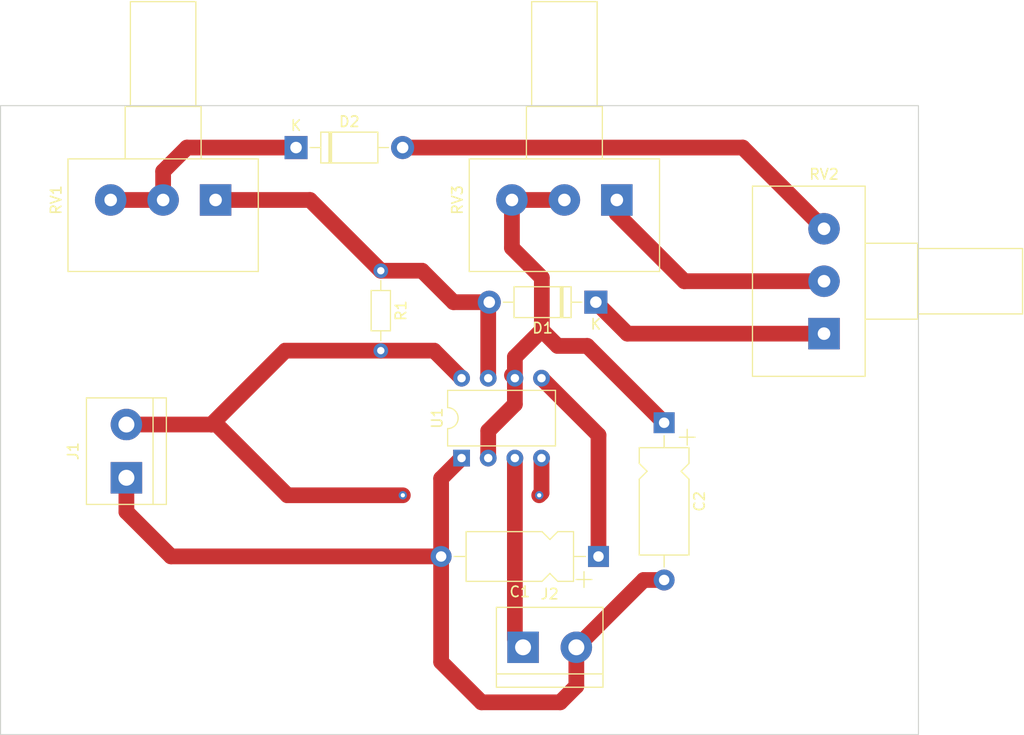
<source format=kicad_pcb>
(kicad_pcb (version 20221018) (generator pcbnew)
  (title_block (title "Pulse Generator") (date "2024-09-07"))
  (layers (0 "F.Cu" signal) (31 "B.Cu" signal) (34 "B.Paste" user) (35 "F.Paste" user) (36 "B.SilkS" user "B.Silkscreen") (37 "F.SilkS" user "F.Silkscreen") (38 "B.Mask" user) (39 "F.Mask" user) (44 "Edge.Cuts" user))
  (net 0 "")
  (net 1 "Net-(U1-CV)")
  (net 2 "GND")
  (net 3 "Net-(U1-THR)")
  (net 4 "Net-(D1-K)")
  (net 5 "Net-(D1-A)")
  (net 6 "Net-(D2-K)")
  (net 7 "Net-(D2-A)")
  (net 8 "+15V")
  (net 9 "Net-(J2-Pin_1)")
  (net 10 "Net-(RV2-Pad2)")
  (footprint "TerminalBlock:TerminalBlock_bornier-2_P5.08mm" (layer "F.Cu") (at 133.06 130.42)
    (fp_text reference "J2" (at 2.54 -5.08) (layer "F.SilkS"))
    (fp_text value "Screw_Terminal_01x02")
    (fp_line (start -2.54 -3.81) (end -2.54 3.81) (stroke (width 0.12)) (layer "F.SilkS"))
    (fp_line (start -2.54 3.81) (end 7.62 3.81) (stroke (width 0.12)) (layer "F.SilkS"))
    (fp_line (start 7.62 -3.81) (end -2.54 -3.81) (stroke (width 0.12)) (layer "F.SilkS"))
    (fp_line (start 7.62 2.54) (end -2.54 2.54) (stroke (width 0.12)) (layer "F.SilkS"))
    (fp_line (start 7.62 3.81) (end 7.62 -3.81) (stroke (width 0.12)) (layer "F.SilkS"))
    (pad "1" thru_hole rect (at 0 0) (size 3 3) (drill 1.52) (layers "*.Cu" "*.Mask") (net 9 "Net-(J2-Pin_1)"))
    (pad "2" thru_hole circle (at 5.08 0) (size 3 3) (drill 1.52) (layers "*.Cu" "*.Mask") (net 2 "GND"))
  )
  (footprint "Potentiometer_THT:Potentiometer_Alps_RK163_Single_Horizontal" (layer "F.Cu") (at 142 87.75 -90)
    (fp_text reference "RV3" (at 0 15.2 90) (layer "F.SilkS"))
    (fp_text value "10 k")
    (fp_line (start -18.92 8.12) (end -18.92 1.88) (stroke (width 0.12)) (layer "F.SilkS"))
    (fp_line (start -8.92 1.88) (end -18.92 1.88) (stroke (width 0.12)) (layer "F.SilkS"))
    (fp_line (start -8.92 8.12) (end -18.92 8.12) (stroke (width 0.12)) (layer "F.SilkS"))
    (fp_line (start -8.92 8.62) (end -8.92 1.38) (stroke (width 0.12)) (layer "F.SilkS"))
    (fp_line (start -3.92 1.38) (end -8.92 1.38) (stroke (width 0.12)) (layer "F.SilkS"))
    (fp_line (start -3.92 8.62) (end -8.92 8.62) (stroke (width 0.12)) (layer "F.SilkS"))
    (fp_line (start -3.92 14.07) (end -3.92 -4.07) (stroke (width 0.12)) (layer "F.SilkS"))
    (fp_line (start 6.82 -4.07) (end -3.92 -4.07) (stroke (width 0.12)) (layer "F.SilkS"))
    (fp_line (start 6.82 14.07) (end -3.92 14.07) (stroke (width 0.12)) (layer "F.SilkS"))
    (fp_line (start 6.82 14.07) (end 6.82 -4.07) (stroke (width 0.12)) (layer "F.SilkS"))
    (pad "1" thru_hole rect (at 0 0 90) (size 3 3) (drill 1.2) (layers "*.Cu" "*.Mask") (net 10 "Net-(RV2-Pad2)"))
    (pad "2" thru_hole circle (at 0 5 90) (size 3 3) (drill 1.2) (layers "*.Cu" "*.Mask") (net 3 "Net-(U1-THR)"))
    (pad "3" thru_hole circle (at 0 10 90) (size 3 3) (drill 1.2) (layers "*.Cu" "*.Mask") (net 3 "Net-(U1-THR)"))
  )
  (footprint "Diode_THT:D_DO-41_SOD81_P10.16mm_Horizontal" (layer "F.Cu") (at 111.42 82.75)
    (fp_text reference "D2" (at 5.08 -2.47) (layer "F.SilkS"))
    (fp_text value "1N4007")
    (fp_text user "K" (at 0 -2.1) (layer "F.SilkS"))
    (fp_line (start 1.34 0) (end 2.36 0) (stroke (width 0.12)) (layer "F.SilkS"))
    (fp_line (start 2.36 -1.47) (end 2.36 1.47) (stroke (width 0.12)) (layer "F.SilkS"))
    (fp_line (start 2.36 1.47) (end 7.8 1.47) (stroke (width 0.12)) (layer "F.SilkS"))
    (fp_line (start 3.14 -1.47) (end 3.14 1.47) (stroke (width 0.12)) (layer "F.SilkS"))
    (fp_line (start 3.26 -1.47) (end 3.26 1.47) (stroke (width 0.12)) (layer "F.SilkS"))
    (fp_line (start 3.38 -1.47) (end 3.38 1.47) (stroke (width 0.12)) (layer "F.SilkS"))
    (fp_line (start 7.8 -1.47) (end 2.36 -1.47) (stroke (width 0.12)) (layer "F.SilkS"))
    (fp_line (start 7.8 1.47) (end 7.8 -1.47) (stroke (width 0.12)) (layer "F.SilkS"))
    (fp_line (start 8.82 0) (end 7.8 0) (stroke (width 0.12)) (layer "F.SilkS"))
    (pad "1" thru_hole rect (at 0 0) (size 2.2 2.2) (drill 1.1) (layers "*.Cu" "*.Mask") (net 6 "Net-(D2-K)"))
    (pad "2" thru_hole oval (at 10.16 0) (size 2.2 2.2) (drill 1.1) (layers "*.Cu" "*.Mask") (net 7 "Net-(D2-A)"))
  )
  (footprint "TerminalBlock:TerminalBlock_bornier-2_P5.08mm" (layer "F.Cu") (at 95.25 114.25 90)
    (fp_text reference "J1" (at 2.54 -5.08 90) (layer "F.SilkS"))
    (fp_text value "Screw_Terminal_01x02")
    (fp_line (start -2.54 -3.81) (end -2.54 3.81) (stroke (width 0.12)) (layer "F.SilkS"))
    (fp_line (start -2.54 3.81) (end 7.62 3.81) (stroke (width 0.12)) (layer "F.SilkS"))
    (fp_line (start 7.62 -3.81) (end -2.54 -3.81) (stroke (width 0.12)) (layer "F.SilkS"))
    (fp_line (start 7.62 2.54) (end -2.54 2.54) (stroke (width 0.12)) (layer "F.SilkS"))
    (fp_line (start 7.62 3.81) (end 7.62 -3.81) (stroke (width 0.12)) (layer "F.SilkS"))
    (pad "1" thru_hole rect (at 0 0 90) (size 3 3) (drill 1.52) (layers "*.Cu" "*.Mask") (net 2 "GND"))
    (pad "2" thru_hole circle (at 5.08 0 90) (size 3 3) (drill 1.52) (layers "*.Cu" "*.Mask") (net 8 "+15V"))
  )
  (footprint "Package_DIP:DIP-8_W7.62mm" (layer "F.Cu") (at 127.2 112.37 90)
    (fp_text reference "U1" (at 3.81 -2.33 90) (layer "F.SilkS"))
    (fp_text value "NE555P")
    (fp_line (start 1.16 -1.33) (end 1.16 8.95) (stroke (width 0.12)) (layer "F.SilkS"))
    (fp_line (start 1.16 8.95) (end 6.46 8.95) (stroke (width 0.12)) (layer "F.SilkS"))
    (fp_line (start 2.81 -1.33) (end 1.16 -1.33) (stroke (width 0.12)) (layer "F.SilkS"))
    (fp_line (start 6.46 -1.33) (end 4.81 -1.33) (stroke (width 0.12)) (layer "F.SilkS"))
    (fp_line (start 6.46 8.95) (end 6.46 -1.33) (stroke (width 0.12)) (layer "F.SilkS"))
    (fp_arc (start 4.81 -1.33) (mid 3.81 -0.33) (end 2.81 -1.33) (stroke (width 0.12)) (layer "F.SilkS"))
    (pad "1" thru_hole rect (at 0 0 90) (size 1.6 1.6) (drill 0.8) (layers "*.Cu" "*.Mask") (net 2 "GND"))
    (pad "2" thru_hole oval (at 0 2.54 90) (size 1.6 1.6) (drill 0.8) (layers "*.Cu" "*.Mask") (net 3 "Net-(U1-THR)"))
    (pad "3" thru_hole oval (at 0 5.08 90) (size 1.6 1.6) (drill 0.8) (layers "*.Cu" "*.Mask") (net 9 "Net-(J2-Pin_1)"))
    (pad "4" thru_hole oval (at 0 7.62 90) (size 1.6 1.6) (drill 0.8) (layers "*.Cu" "*.Mask") (net 8 "+15V"))
    (pad "5" thru_hole oval (at 7.62 7.62 90) (size 1.6 1.6) (drill 0.8) (layers "*.Cu" "*.Mask") (net 1 "Net-(U1-CV)"))
    (pad "6" thru_hole oval (at 7.62 5.08 90) (size 1.6 1.6) (drill 0.8) (layers "*.Cu" "*.Mask") (net 3 "Net-(U1-THR)"))
    (pad "7" thru_hole oval (at 7.62 2.54 90) (size 1.6 1.6) (drill 0.8) (layers "*.Cu" "*.Mask") (net 5 "Net-(D1-A)"))
    (pad "8" thru_hole oval (at 7.62 0 90) (size 1.6 1.6) (drill 0.8) (layers "*.Cu" "*.Mask") (net 8 "+15V"))
  )
  (footprint "Potentiometer_THT:Potentiometer_Alps_RK163_Single_Horizontal" (layer "F.Cu") (at 103.75 87.75 -90)
    (fp_text reference "RV1" (at 0 15.2 90) (layer "F.SilkS"))
    (fp_text value "100 k")
    (fp_line (start -18.92 8.12) (end -18.92 1.88) (stroke (width 0.12)) (layer "F.SilkS"))
    (fp_line (start -8.92 1.88) (end -18.92 1.88) (stroke (width 0.12)) (layer "F.SilkS"))
    (fp_line (start -8.92 8.12) (end -18.92 8.12) (stroke (width 0.12)) (layer "F.SilkS"))
    (fp_line (start -8.92 8.62) (end -8.92 1.38) (stroke (width 0.12)) (layer "F.SilkS"))
    (fp_line (start -3.92 1.38) (end -8.92 1.38) (stroke (width 0.12)) (layer "F.SilkS"))
    (fp_line (start -3.92 8.62) (end -8.92 8.62) (stroke (width 0.12)) (layer "F.SilkS"))
    (fp_line (start -3.92 14.07) (end -3.92 -4.07) (stroke (width 0.12)) (layer "F.SilkS"))
    (fp_line (start 6.82 -4.07) (end -3.92 -4.07) (stroke (width 0.12)) (layer "F.SilkS"))
    (fp_line (start 6.82 14.07) (end -3.92 14.07) (stroke (width 0.12)) (layer "F.SilkS"))
    (fp_line (start 6.82 14.07) (end 6.82 -4.07) (stroke (width 0.12)) (layer "F.SilkS"))
    (pad "1" thru_hole rect (at 0 0 90) (size 3 3) (drill 1.2) (layers "*.Cu" "*.Mask") (net 5 "Net-(D1-A)"))
    (pad "2" thru_hole circle (at 0 5 90) (size 3 3) (drill 1.2) (layers "*.Cu" "*.Mask") (net 6 "Net-(D2-K)"))
    (pad "3" thru_hole circle (at 0 10 90) (size 3 3) (drill 1.2) (layers "*.Cu" "*.Mask") (net 6 "Net-(D2-K)"))
  )
  (footprint "Diode_THT:D_DO-41_SOD81_P10.16mm_Horizontal" (layer "F.Cu") (at 140 97.5 180)
    (fp_text reference "D1" (at 5.08 -2.47) (layer "F.SilkS"))
    (fp_text value "1N4007")
    (fp_text user "K" (at 0 -2.1) (layer "F.SilkS"))
    (fp_line (start 1.34 0) (end 2.36 0) (stroke (width 0.12)) (layer "F.SilkS"))
    (fp_line (start 2.36 -1.47) (end 2.36 1.47) (stroke (width 0.12)) (layer "F.SilkS"))
    (fp_line (start 2.36 1.47) (end 7.8 1.47) (stroke (width 0.12)) (layer "F.SilkS"))
    (fp_line (start 3.14 -1.47) (end 3.14 1.47) (stroke (width 0.12)) (layer "F.SilkS"))
    (fp_line (start 3.26 -1.47) (end 3.26 1.47) (stroke (width 0.12)) (layer "F.SilkS"))
    (fp_line (start 3.38 -1.47) (end 3.38 1.47) (stroke (width 0.12)) (layer "F.SilkS"))
    (fp_line (start 7.8 -1.47) (end 2.36 -1.47) (stroke (width 0.12)) (layer "F.SilkS"))
    (fp_line (start 7.8 1.47) (end 7.8 -1.47) (stroke (width 0.12)) (layer "F.SilkS"))
    (fp_line (start 8.82 0) (end 7.8 0) (stroke (width 0.12)) (layer "F.SilkS"))
    (pad "1" thru_hole rect (at 0 0 180) (size 2.2 2.2) (drill 1.1) (layers "*.Cu" "*.Mask") (net 4 "Net-(D1-K)"))
    (pad "2" thru_hole oval (at 10.16 0 180) (size 2.2 2.2) (drill 1.1) (layers "*.Cu" "*.Mask") (net 5 "Net-(D1-A)"))
  )
  (footprint "Resistor_THT:R_Axial_DIN0204_L3.6mm_D1.6mm_P7.62mm_Horizontal" (layer "F.Cu") (at 119.5 94.5 -90)
    (fp_text reference "R1" (at 3.81 -1.92 90) (layer "F.SilkS"))
    (fp_text value "270")
    (fp_line (start 0.94 0) (end 1.89 0) (stroke (width 0.12)) (layer "F.SilkS"))
    (fp_line (start 1.89 -0.92) (end 1.89 0.92) (stroke (width 0.12)) (layer "F.SilkS"))
    (fp_line (start 1.89 0.92) (end 5.73 0.92) (stroke (width 0.12)) (layer "F.SilkS"))
    (fp_line (start 5.73 -0.92) (end 1.89 -0.92) (stroke (width 0.12)) (layer "F.SilkS"))
    (fp_line (start 5.73 0.92) (end 5.73 -0.92) (stroke (width 0.12)) (layer "F.SilkS"))
    (fp_line (start 6.68 0) (end 5.73 0) (stroke (width 0.12)) (layer "F.SilkS"))
    (pad "1" thru_hole circle (at 0 0 270) (size 1.4 1.4) (drill 0.7) (layers "*.Cu" "*.Mask") (net 5 "Net-(D1-A)"))
    (pad "2" thru_hole oval (at 7.62 0 270) (size 1.4 1.4) (drill 0.7) (layers "*.Cu" "*.Mask") (net 8 "+15V"))
  )
  (footprint "Capacitor_THT:CP_Axial_L10.0mm_D4.5mm_P15.00mm_Horizontal" (layer "F.Cu") (at 140.25 121.7575 180)
    (fp_text reference "C1" (at 7.5 -3.37) (layer "F.SilkS"))
    (fp_text value "33 uF")
    (fp_line (start 0.63 -2.2) (end 2.13 -2.2) (stroke (width 0.12)) (layer "F.SilkS"))
    (fp_line (start 1.24 0) (end 2.38 0) (stroke (width 0.12)) (layer "F.SilkS"))
    (fp_line (start 1.38 -2.95) (end 1.38 -1.45) (stroke (width 0.12)) (layer "F.SilkS"))
    (fp_line (start 2.38 -2.37) (end 2.38 2.37) (stroke (width 0.12)) (layer "F.SilkS"))
    (fp_line (start 2.38 -2.37) (end 3.88 -2.37) (stroke (width 0.12)) (layer "F.SilkS"))
    (fp_line (start 2.38 2.37) (end 3.88 2.37) (stroke (width 0.12)) (layer "F.SilkS"))
    (fp_line (start 3.88 -2.37) (end 4.63 -1.62) (stroke (width 0.12)) (layer "F.SilkS"))
    (fp_line (start 3.88 2.37) (end 4.63 1.62) (stroke (width 0.12)) (layer "F.SilkS"))
    (fp_line (start 4.63 -1.62) (end 5.38 -2.37) (stroke (width 0.12)) (layer "F.SilkS"))
    (fp_line (start 4.63 1.62) (end 5.38 2.37) (stroke (width 0.12)) (layer "F.SilkS"))
    (fp_line (start 5.38 -2.37) (end 12.62 -2.37) (stroke (width 0.12)) (layer "F.SilkS"))
    (fp_line (start 5.38 2.37) (end 12.62 2.37) (stroke (width 0.12)) (layer "F.SilkS"))
    (fp_line (start 12.62 -2.37) (end 12.62 2.37) (stroke (width 0.12)) (layer "F.SilkS"))
    (fp_line (start 13.76 0) (end 12.62 0) (stroke (width 0.12)) (layer "F.SilkS"))
    (pad "1" thru_hole rect (at 0 0 180) (size 2 2) (drill 1) (layers "*.Cu" "*.Mask") (net 1 "Net-(U1-CV)"))
    (pad "2" thru_hole oval (at 15 0 180) (size 2 2) (drill 1) (layers "*.Cu" "*.Mask") (net 2 "GND"))
  )
  (footprint "Capacitor_THT:CP_Axial_L10.0mm_D4.5mm_P15.00mm_Horizontal" (layer "F.Cu") (at 146.5075 109 -90)
    (fp_text reference "C2" (at 7.5 -3.37 90) (layer "F.SilkS"))
    (fp_text value "33 uF")
    (fp_line (start 0.63 -2.2) (end 2.13 -2.2) (stroke (width 0.12)) (layer "F.SilkS"))
    (fp_line (start 1.24 0) (end 2.38 0) (stroke (width 0.12)) (layer "F.SilkS"))
    (fp_line (start 1.38 -2.95) (end 1.38 -1.45) (stroke (width 0.12)) (layer "F.SilkS"))
    (fp_line (start 2.38 -2.37) (end 2.38 2.37) (stroke (width 0.12)) (layer "F.SilkS"))
    (fp_line (start 2.38 -2.37) (end 3.88 -2.37) (stroke (width 0.12)) (layer "F.SilkS"))
    (fp_line (start 2.38 2.37) (end 3.88 2.37) (stroke (width 0.12)) (layer "F.SilkS"))
    (fp_line (start 3.88 -2.37) (end 4.63 -1.62) (stroke (width 0.12)) (layer "F.SilkS"))
    (fp_line (start 3.88 2.37) (end 4.63 1.62) (stroke (width 0.12)) (layer "F.SilkS"))
    (fp_line (start 4.63 -1.62) (end 5.38 -2.37) (stroke (width 0.12)) (layer "F.SilkS"))
    (fp_line (start 4.63 1.62) (end 5.38 2.37) (stroke (width 0.12)) (layer "F.SilkS"))
    (fp_line (start 5.38 -2.37) (end 12.62 -2.37) (stroke (width 0.12)) (layer "F.SilkS"))
    (fp_line (start 5.38 2.37) (end 12.62 2.37) (stroke (width 0.12)) (layer "F.SilkS"))
    (fp_line (start 12.62 -2.37) (end 12.62 2.37) (stroke (width 0.12)) (layer "F.SilkS"))
    (fp_line (start 13.76 0) (end 12.62 0) (stroke (width 0.12)) (layer "F.SilkS"))
    (pad "1" thru_hole rect (at 0 0 270) (size 2 2) (drill 1) (layers "*.Cu" "*.Mask") (net 3 "Net-(U1-THR)"))
    (pad "2" thru_hole oval (at 15 0 270) (size 2 2) (drill 1) (layers "*.Cu" "*.Mask") (net 2 "GND"))
  )
  (footprint "Potentiometer_THT:Potentiometer_Alps_RK163_Single_Horizontal" (layer "F.Cu") (at 161.75 100.5 180)
    (fp_text reference "RV2" (at 0 15.2) (layer "F.SilkS"))
    (fp_text value "100 k")
    (fp_line (start -18.92 8.12) (end -18.92 1.88) (stroke (width 0.12)) (layer "F.SilkS"))
    (fp_line (start -8.92 1.88) (end -18.92 1.88) (stroke (width 0.12)) (layer "F.SilkS"))
    (fp_line (start -8.92 8.12) (end -18.92 8.12) (stroke (width 0.12)) (layer "F.SilkS"))
    (fp_line (start -8.92 8.62) (end -8.92 1.38) (stroke (width 0.12)) (layer "F.SilkS"))
    (fp_line (start -3.92 1.38) (end -8.92 1.38) (stroke (width 0.12)) (layer "F.SilkS"))
    (fp_line (start -3.92 8.62) (end -8.92 8.62) (stroke (width 0.12)) (layer "F.SilkS"))
    (fp_line (start -3.92 14.07) (end -3.92 -4.07) (stroke (width 0.12)) (layer "F.SilkS"))
    (fp_line (start 6.82 -4.07) (end -3.92 -4.07) (stroke (width 0.12)) (layer "F.SilkS"))
    (fp_line (start 6.82 14.07) (end -3.92 14.07) (stroke (width 0.12)) (layer "F.SilkS"))
    (fp_line (start 6.82 14.07) (end 6.82 -4.07) (stroke (width 0.12)) (layer "F.SilkS"))
    (pad "1" thru_hole rect (at 0 0) (size 3 3) (drill 1.2) (layers "*.Cu" "*.Mask") (net 4 "Net-(D1-K)"))
    (pad "2" thru_hole circle (at 0 5) (size 3 3) (drill 1.2) (layers "*.Cu" "*.Mask") (net 10 "Net-(RV2-Pad2)"))
    (pad "3" thru_hole circle (at 0 10) (size 3 3) (drill 1.2) (layers "*.Cu" "*.Mask") (net 7 "Net-(D2-A)"))
  )
  (gr_rect (start 83.25 78.75) (end 170.75 138.75) (stroke (width 0.1)) (fill none) (layer "Edge.Cuts"))
  (segment (start 134.82 104.75) (end 140.25 110.18) (width 1.5) (layer "F.Cu") (net 1))
  (segment (start 140.25 110.18) (end 140.25 121.7575) (width 1.5) (layer "F.Cu") (net 1))
  (segment (start 99.5 121.75) (end 125.2425 121.75) (width 1.5) (layer "F.Cu") (net 2))
  (segment (start 125.2425 121.75) (end 125.25 121.7575) (width 1.5) (layer "F.Cu") (net 2))
  (segment (start 125.25 121.7575) (end 125.25 131.82) (width 1.5) (layer "F.Cu") (net 2))
  (segment (start 144.56 124) (end 138.14 130.42) (width 1.5) (layer "F.Cu") (net 2))
  (segment (start 95.25 117.5) (end 99.5 121.75) (width 1.5) (layer "F.Cu") (net 2))
  (segment (start 136.6 135.67) (end 138.14 134.13) (width 1.5) (layer "F.Cu") (net 2))
  (segment (start 138.14 134.13) (end 138.14 130.42) (width 1.5) (layer "F.Cu") (net 2))
  (segment (start 125.25 121.7575) (end 125.25 114.32) (width 1.5) (layer "F.Cu") (net 2))
  (segment (start 146.5075 124) (end 144.56 124) (width 1.5) (layer "F.Cu") (net 2))
  (segment (start 95.25 114.25) (end 95.25 117.5) (width 1.5) (layer "F.Cu") (net 2))
  (segment (start 129.1 135.67) (end 136.6 135.67) (width 1.5) (layer "F.Cu") (net 2))
  (segment (start 125.25 114.32) (end 127.2 112.37) (width 1.5) (layer "F.Cu") (net 2))
  (segment (start 125.25 131.82) (end 129.1 135.67) (width 1.5) (layer "F.Cu") (net 2))
  (segment (start 134.85 100.17) (end 133.35 101.67) (width 1.5) (layer "F.Cu") (net 3))
  (segment (start 132 104.47) (end 132.28 104.75) (width 1.5) (layer "F.Cu") (net 3))
  (segment (start 139.1775 101.67) (end 146.5075 109) (width 1.5) (layer "F.Cu") (net 3))
  (segment (start 134.85 95.17) (end 134.85 100.17) (width 1.5) (layer "F.Cu") (net 3))
  (segment (start 134.85 100.17) (end 136.35 101.67) (width 1.5) (layer "F.Cu") (net 3))
  (segment (start 132.28 107.24) (end 129.74 109.78) (width 1.5) (layer "F.Cu") (net 3))
  (segment (start 132 92.32) (end 134.85 95.17) (width 1.5) (layer "F.Cu") (net 3))
  (segment (start 132.28 102.74) (end 133.35 101.67) (width 1.5) (layer "F.Cu") (net 3))
  (segment (start 129.74 109.78) (end 129.74 112.37) (width 1.5) (layer "F.Cu") (net 3))
  (segment (start 132 87.75) (end 132 92.32) (width 1.5) (layer "F.Cu") (net 3))
  (segment (start 132.28 104.75) (end 132.28 102.74) (width 1.5) (layer "F.Cu") (net 3))
  (segment (start 136.35 101.67) (end 139.1775 101.67) (width 1.5) (layer "F.Cu") (net 3))
  (segment (start 132.28 104.75) (end 132.28 107.24) (width 1.5) (layer "F.Cu") (net 3))
  (segment (start 132 87.75) (end 137 87.75) (width 1.5) (layer "F.Cu") (net 3))
  (segment (start 143 100.5) (end 161.75 100.5) (width 1.5) (layer "F.Cu") (net 4))
  (segment (start 140 97.5) (end 143 100.5) (width 1.5) (layer "F.Cu") (net 4))
  (segment (start 129.74 104.75) (end 129.74 97.6) (width 1.5) (layer "F.Cu") (net 5))
  (segment (start 129.74 97.6) (end 129.84 97.5) (width 1.5) (layer "F.Cu") (net 5))
  (segment (start 126.43 97.5) (end 129.84 97.5) (width 1.5) (layer "F.Cu") (net 5))
  (segment (start 123.43 94.5) (end 126.43 97.5) (width 1.5) (layer "F.Cu") (net 5))
  (segment (start 112.75 87.75) (end 119.5 94.5) (width 1.5) (layer "F.Cu") (net 5))
  (segment (start 103.75 87.75) (end 112.75 87.75) (width 1.5) (layer "F.Cu") (net 5))
  (segment (start 119.5 94.5) (end 123.43 94.5) (width 1.5) (layer "F.Cu") (net 5))
  (segment (start 98.75 85.02) (end 101.02 82.75) (width 1.5) (layer "F.Cu") (net 6))
  (segment (start 101.02 82.75) (end 111.42 82.75) (width 1.5) (layer "F.Cu") (net 6))
  (segment (start 98.75 87.75) (end 98.75 85.02) (width 1.5) (layer "F.Cu") (net 6))
  (segment (start 93.75 87.75) (end 98.75 87.75) (width 1.5) (layer "F.Cu") (net 6))
  (segment (start 121.58 82.75) (end 154 82.75) (width 1.5) (layer "F.Cu") (net 7))
  (segment (start 154 82.75) (end 161.75 90.5) (width 1.5) (layer "F.Cu") (net 7))
  (segment (start 103.85 109.17) (end 110.6 115.92) (width 1.5) (layer "F.Cu") (net 8))
  (segment (start 124.57 102.12) (end 127.2 104.75) (width 1.5) (layer "F.Cu") (net 8))
  (segment (start 119.5 102.12) (end 124.57 102.12) (width 1.5) (layer "F.Cu") (net 8))
  (segment (start 95.25 109.17) (end 103.35 109.17) (width 1.5) (layer "F.Cu") (net 8))
  (segment (start 110.4 102.12) (end 119.5 102.12) (width 1.5) (layer "F.Cu") (net 8))
  (segment (start 134.82 115.7) (end 134.6 115.92) (width 1.5) (layer "F.Cu") (net 8))
  (segment (start 134.82 112.37) (end 134.82 115.7) (width 1.5) (layer "F.Cu") (net 8))
  (segment (start 103.35 109.17) (end 103.85 109.17) (width 1.5) (layer "F.Cu") (net 8))
  (segment (start 103.35 109.17) (end 110.4 102.12) (width 1.5) (layer "F.Cu") (net 8))
  (segment (start 110.6 115.92) (end 121.6 115.92) (width 1.5) (layer "F.Cu") (net 8))
  (via (at 121.6 115.92) (size 0.8) (drill 0.4) (layers "F.Cu" "B.Cu") (net 8))
  (via (at 134.6 115.92) (size 0.8) (drill 0.4) (layers "F.Cu" "B.Cu") (net 8))
  (segment (start 133.06 130.42) (end 133.1 130.42) (width 1.5) (layer "F.Cu") (net 9))
  (segment (start 133.1 130.42) (end 132.28 129.6) (width 1.5) (layer "F.Cu") (net 9))
  (segment (start 132.28 129.6) (end 132.28 112.37) (width 1.5) (layer "F.Cu") (net 9))
  (segment (start 142 89.07) (end 148.43 95.5) (width 1.5) (layer "F.Cu") (net 10))
  (segment (start 148.43 95.5) (end 161.75 95.5) (width 1.5) (layer "F.Cu") (net 10))
  (segment (start 142 87.75) (end 142 89.07) (width 1.5) (layer "F.Cu") (net 10))
)
</source>
